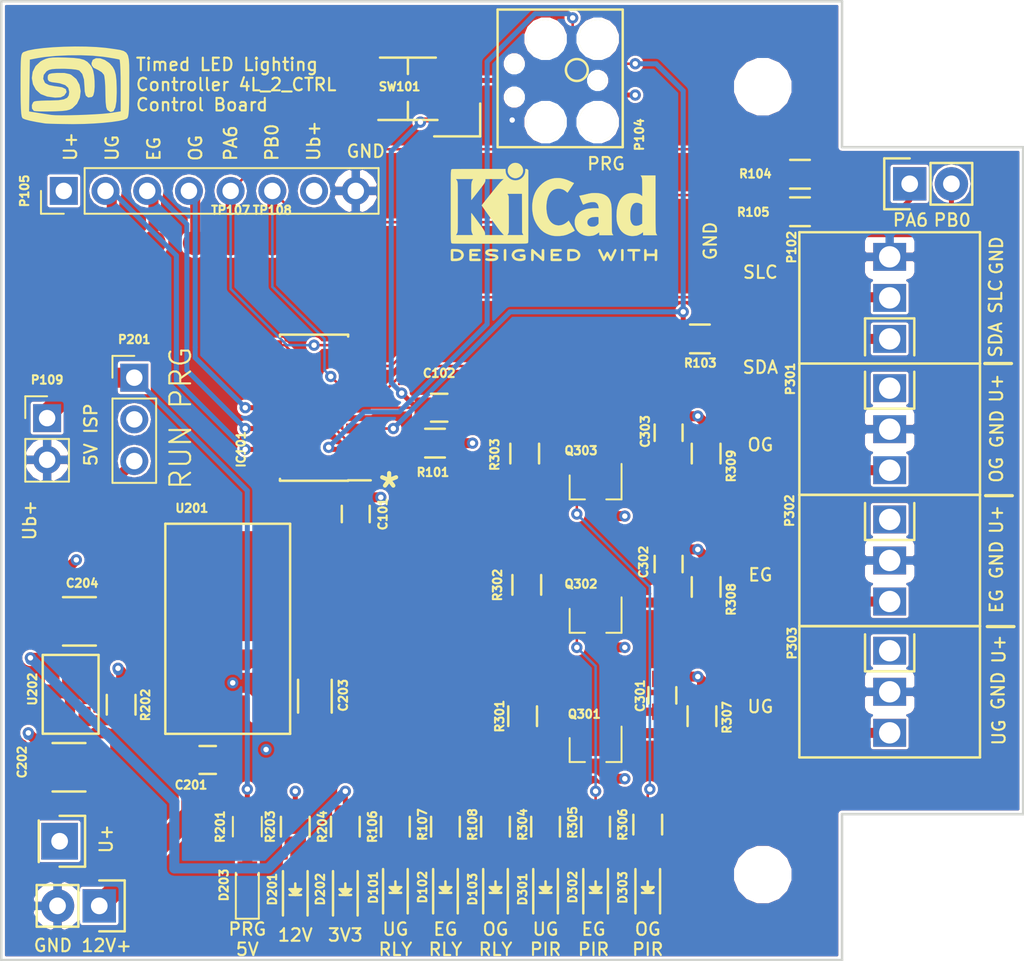
<source format=kicad_pcb>
(kicad_pcb (version 4) (host pcbnew 4.0.2-4+6225~38~ubuntu14.04.1-stable)
  (title_block (title "Timed LED Lighting Controller - Master Layout") (rev 4L_2))
  (layers (0 F.Cu signal) (1 Ub+ power) (2 U+ power) (31 B.Cu signal) (34 B.Paste user) (35 F.Paste user) (36 B.SilkS user) (37 F.SilkS user) (38 B.Mask user) (39 F.Mask user) (44 Edge.Cuts user))
  (net 0 "")
  (net 1 GND)
  (net 2 "/Power System/U+In")
  (net 3 /PIR13/SIG_UG)
  (net 4 /PIR13/SIG_EG)
  (net 5 /PIR13/SIG_OG)
  (net 6 /SDA)
  (net 7 /SCL)
  (net 8 /PIR13/PIR_UG)
  (net 9 /PIR13/PIR_EG)
  (net 10 /PIR13/PIR_OG)
  (net 11 "Net-(R202-Pad1)")
  (net 12 /RelayOG)
  (net 13 /RelayEG)
  (net 14 /RelayUG)
  (net 15 /PIR13/U+)
  (net 16 "Net-(D301-Pad2)")
  (net 17 "Net-(D302-Pad2)")
  (net 18 "Net-(D303-Pad2)")
  (net 19 "Net-(D201-Pad2)")
  (net 20 "Net-(D202-Pad2)")
  (net 21 "Net-(SW101-Pad2)")
  (net 22 "Net-(SW101-Pad4)")
  (net 23 "Net-(U202-Pad4)")
  (net 24 /~Reset)
  (net 25 "Net-(D101-Pad2)")
  (net 26 "Net-(D102-Pad2)")
  (net 27 "Net-(D103-Pad2)")
  (net 28 /GPIO_PA6)
  (net 29 /GPIO_PB2)
  (net 30 "Net-(P104-Pad4)")
  (net 31 "/Power System/5V")
  (net 32 "Net-(C204-Pad1)")
  (net 33 /TPICLK)
  (net 34 /TPIDATA)
  (net 35 /PIR13/Ub+)
  (net 36 "Net-(D203-Pad2)")
  (module Measurement_Points:Measurement_Point_Round-SMD-Pad_Small (layer F.Cu) (at 104.521 135.382 270)
    (fp_text reference TP106 hide)
    (fp_text value TP_RLY_OG)
    (pad 1 smd circle (at 0 0 270) (size 1.5 1.5) (layers F.Cu F.Mask) (net 12 /RelayOG))
  )
  (module Housings_SOIC:SOIC-14_3.9x8.7mm_Pitch1.27mm (layer F.Cu) (at 111.76 145.415 180)
    (fp_text reference IC101 (at 4.445 -2.54 270) (layer F.SilkS) (effects (font (size 0.508 0.508) (thickness 0.127))))
    (fp_text value ATTINY20-X)
    (pad 1 smd rect (at -2.7 -3.81 180) (size 1.5 0.6) (layers F.Cu F.Paste F.Mask) (net 35 /PIR13/Ub+))
    (pad 2 smd rect (at -2.7 -2.54 180) (size 1.5 0.6) (layers F.Cu F.Paste F.Mask) (net 33 /TPICLK))
    (pad 3 smd rect (at -2.7 -1.27 180) (size 1.5 0.6) (layers F.Cu F.Paste F.Mask) (net 34 /TPIDATA))
    (pad 4 smd rect (at -2.7 0 180) (size 1.5 0.6) (layers F.Cu F.Paste F.Mask) (net 24 /~Reset))
    (pad 5 smd rect (at -2.7 1.27 180) (size 1.5 0.6) (layers F.Cu F.Paste F.Mask) (net 29 /GPIO_PB2))
    (pad 6 smd rect (at -2.7 2.54 180) (size 1.5 0.6) (layers F.Cu F.Paste F.Mask) (net 7 /SCL))
    (pad 7 smd rect (at -2.7 3.81 180) (size 1.5 0.6) (layers F.Cu F.Paste F.Mask) (net 28 /GPIO_PA6))
    (pad 8 smd rect (at 2.7 3.81 180) (size 1.5 0.6) (layers F.Cu F.Paste F.Mask) (net 5 /PIR13/SIG_OG))
    (pad 9 smd rect (at 2.7 2.54 180) (size 1.5 0.6) (layers F.Cu F.Paste F.Mask) (net 4 /PIR13/SIG_EG))
    (pad 10 smd rect (at 2.7 1.27 180) (size 1.5 0.6) (layers F.Cu F.Paste F.Mask) (net 3 /PIR13/SIG_UG))
    (pad 11 smd rect (at 2.7 0 180) (size 1.5 0.6) (layers F.Cu F.Paste F.Mask) (net 12 /RelayOG))
    (pad 12 smd rect (at 2.7 -1.27 180) (size 1.5 0.6) (layers F.Cu F.Paste F.Mask) (net 13 /RelayEG))
    (pad 13 smd rect (at 2.7 -2.54 180) (size 1.5 0.6) (layers F.Cu F.Paste F.Mask) (net 14 /RelayUG))
    (pad 14 smd rect (at 2.7 -3.81 180) (size 1.5 0.6) (layers F.Cu F.Paste F.Mask) (net 1 GND))
  )
  (module Resistors_SMD:R_0805 (layer F.Cu) (at 116.713 170.942 270)
    (fp_text reference R106 (at 0 1.397 270) (layer F.SilkS) (effects (font (size 0.508 0.508) (thickness 0.127))))
    (fp_text value 660Ω)
    (pad 1 smd rect (at -0.95 0 270) (size 0.7 1.3) (layers F.Cu F.Paste F.Mask) (net 14 /RelayUG))
    (pad 2 smd rect (at 0.95 0 270) (size 0.7 1.3) (layers F.Cu F.Paste F.Mask) (net 25 "Net-(D101-Pad2)"))
  )
  (module LEDs:LED_0805 (layer F.Cu) (at 116.713 174.625 90)
    (fp_text reference D101 (at -0.0254 -1.3462 90) (layer F.SilkS) (effects (font (size 0.508 0.508) (thickness 0.127))))
    (fp_text value LED_UG)
    (pad 2 smd rect (at 1.04902 0 270) (size 1.19888 1.19888) (layers F.Cu F.Paste F.Mask) (net 25 "Net-(D101-Pad2)"))
    (pad 1 smd rect (at -1.04902 0 270) (size 1.19888 1.19888) (layers F.Cu F.Paste F.Mask) (net 1 GND))
  )
  (module Capacitors_SMD:C_0805 (layer F.Cu) (at 114.3 151.892 270)
    (fp_text reference C101 (at 0 -1.651 270) (layer F.SilkS) (effects (font (size 0.508 0.508) (thickness 0.127))))
    (fp_text value "100n 50V")
    (pad 1 smd rect (at -1 0 270) (size 1 1.25) (layers F.Cu F.Paste F.Mask) (net 35 /PIR13/Ub+))
    (pad 2 smd rect (at 1 0 270) (size 1 1.25) (layers F.Cu F.Paste F.Mask) (net 1 GND))
  )
  (module Capacitors_SMD:C_0805 (layer F.Cu) (at 105.283 166.878)
    (fp_text reference C201 (at -1.016 1.524) (layer F.SilkS) (effects (font (size 0.508 0.508) (thickness 0.127))))
    (fp_text value "0.1μF 50V")
    (pad 1 smd rect (at -1 0) (size 1 1.25) (layers F.Cu F.Paste F.Mask) (net 2 "/Power System/U+In"))
    (pad 2 smd rect (at 1 0) (size 1 1.25) (layers F.Cu F.Paste F.Mask) (net 1 GND))
  )
  (module Capacitors_SMD:C_1210 (layer F.Cu) (at 96.8375 167.3225)
    (fp_text reference C202 (at -2.8575 -0.3175 90) (layer F.SilkS) (effects (font (size 0.508 0.508) (thickness 0.127))))
    (fp_text value "1μF 25V")
    (pad 1 smd rect (at -1.5 0) (size 1 2.5) (layers F.Cu F.Paste F.Mask) (net 15 /PIR13/U+))
    (pad 2 smd rect (at 1.5 0) (size 1 2.5) (layers F.Cu F.Paste F.Mask) (net 1 GND))
  )
  (module Capacitors_SMD:C_1210 (layer F.Cu) (at 97.4725 158.4325)
    (fp_text reference C204 (at 0.1651 -2.3241) (layer F.SilkS) (effects (font (size 0.508 0.508) (thickness 0.127))))
    (fp_text value "2.2μF 16V")
    (pad 1 smd rect (at -1.5 0) (size 1 2.5) (layers F.Cu F.Paste F.Mask) (net 32 "Net-(C204-Pad1)"))
    (pad 2 smd rect (at 1.5 0) (size 1 2.5) (layers F.Cu F.Paste F.Mask) (net 1 GND))
  )
  (module Capacitors_SMD:C_0805 (layer F.Cu) (at 132.969 162.941 90)
    (fp_text reference C301 (at -0.0254 -1.3462 90) (layer F.SilkS) (effects (font (size 0.508 0.508) (thickness 0.127))))
    (fp_text value "100nF 50V")
    (pad 1 smd rect (at -1 0 90) (size 1 1.25) (layers F.Cu F.Paste F.Mask) (net 1 GND))
    (pad 2 smd rect (at 1 0 90) (size 1 1.25) (layers F.Cu F.Paste F.Mask) (net 15 /PIR13/U+))
  )
  (module Capacitors_SMD:C_0805 (layer F.Cu) (at 133.35 154.94 90)
    (fp_text reference C302 (at 0.127 -1.524 90) (layer F.SilkS) (effects (font (size 0.508 0.508) (thickness 0.127))))
    (fp_text value "100nF 50V")
    (pad 1 smd rect (at -1 0 90) (size 1 1.25) (layers F.Cu F.Paste F.Mask) (net 1 GND))
    (pad 2 smd rect (at 1 0 90) (size 1 1.25) (layers F.Cu F.Paste F.Mask) (net 15 /PIR13/U+))
  )
  (module Capacitors_SMD:C_0805 (layer F.Cu) (at 133.35 146.939 90)
    (fp_text reference C303 (at 0.0762 -1.4224 90) (layer F.SilkS) (effects (font (size 0.508 0.508) (thickness 0.127))))
    (fp_text value "100nF 50V")
    (pad 1 smd rect (at -1 0 90) (size 1 1.25) (layers F.Cu F.Paste F.Mask) (net 1 GND))
    (pad 2 smd rect (at 1 0 90) (size 1 1.25) (layers F.Cu F.Paste F.Mask) (net 15 /PIR13/U+))
  )
  (module LEDs:LED_0805 (layer F.Cu) (at 110.617 174.752 90)
    (fp_text reference D201 (at 0 -1.397 90) (layer F.SilkS) (effects (font (size 0.508 0.508) (thickness 0.127))))
    (fp_text value 12VDC)
    (pad 2 smd rect (at 1.04902 0 270) (size 1.19888 1.19888) (layers F.Cu F.Paste F.Mask) (net 19 "Net-(D201-Pad2)"))
    (pad 1 smd rect (at -1.04902 0 270) (size 1.19888 1.19888) (layers F.Cu F.Paste F.Mask) (net 1 GND))
  )
  (module LEDs:LED_0805 (layer F.Cu) (at 113.665 174.752 90)
    (fp_text reference D202 (at 0 -1.524 90) (layer F.SilkS) (effects (font (size 0.508 0.508) (thickness 0.127))))
    (fp_text value 3V3DC)
    (pad 2 smd rect (at 1.04902 0 270) (size 1.19888 1.19888) (layers F.Cu F.Paste F.Mask) (net 20 "Net-(D202-Pad2)"))
    (pad 1 smd rect (at -1.04902 0 270) (size 1.19888 1.19888) (layers F.Cu F.Paste F.Mask) (net 1 GND))
  )
  (module LEDs:LED_0805 (layer F.Cu) (at 125.857 174.625 90)
    (fp_text reference D301 (at -0.127 -1.397 90) (layer F.SilkS) (effects (font (size 0.508 0.508) (thickness 0.127))))
    (fp_text value LED__SIG_UG)
    (pad 2 smd rect (at 1.04902 0 270) (size 1.19888 1.19888) (layers F.Cu F.Paste F.Mask) (net 16 "Net-(D301-Pad2)"))
    (pad 1 smd rect (at -1.04902 0 270) (size 1.19888 1.19888) (layers F.Cu F.Paste F.Mask) (net 1 GND))
  )
  (module LEDs:LED_0805 (layer F.Cu) (at 128.905 174.625 90)
    (fp_text reference D302 (at 0 -1.397 90) (layer F.SilkS) (effects (font (size 0.508 0.508) (thickness 0.127))))
    (fp_text value LED__SIG_EG)
    (pad 2 smd rect (at 1.04902 0 270) (size 1.19888 1.19888) (layers F.Cu F.Paste F.Mask) (net 17 "Net-(D302-Pad2)"))
    (pad 1 smd rect (at -1.04902 0 270) (size 1.19888 1.19888) (layers F.Cu F.Paste F.Mask) (net 1 GND))
  )
  (module LEDs:LED_0805 (layer F.Cu) (at 132.08 174.625 90)
    (fp_text reference D303 (at -0.0254 -1.524 90) (layer F.SilkS) (effects (font (size 0.508 0.508) (thickness 0.127))))
    (fp_text value LED__SIG_OG)
    (pad 2 smd rect (at 1.04902 0 270) (size 1.19888 1.19888) (layers F.Cu F.Paste F.Mask) (net 18 "Net-(D303-Pad2)"))
    (pad 1 smd rect (at -1.04902 0 270) (size 1.19888 1.19888) (layers F.Cu F.Paste F.Mask) (net 1 GND))
  )
  (module Pin_Headers:Pin_Header_Straight_1x02 (layer F.Cu) (at 98.679 175.768 270)
    (fp_text reference P101 hide)
    (fp_text value 12VDC)
    (pad 1 thru_hole rect (at 0 0 270) (size 2.032 2.032) (drill 1.016) (layers *.Cu *.Mask) (net 2 "/Power System/U+In"))
    (pad 2 thru_hole oval (at 0 2.54 270) (size 2.032 2.032) (drill 1.016) (layers *.Cu *.Mask) (net 1 GND))
  )
  (module Pin_Headers:Pin_Header_Straight_1x02 (layer F.Cu) (at 148.0312 131.7752 90)
    (fp_text reference P103 hide)
    (fp_text value Spare)
    (pad 1 thru_hole rect (at 0 0 90) (size 2.032 2.032) (drill 1.016) (layers *.Cu *.Mask) (net 28 /GPIO_PA6))
    (pad 2 thru_hole oval (at 0 2.54 90) (size 2.032 2.032) (drill 1.016) (layers *.Cu *.Mask) (net 29 /GPIO_PB2))
  )
  (module TO_SOT_Packages_SMD:SOT-23 (layer F.Cu) (at 128.905 166.243 270)
    (fp_text reference Q301 (at -2.159 0.6858 360) (layer F.SilkS) (effects (font (size 0.508 0.508) (thickness 0.127))))
    (fp_text value IRLML2502)
    (pad 1 smd rect (at -1 -0.95 270) (size 0.9 0.8) (layers F.Cu F.Paste F.Mask) (net 8 /PIR13/PIR_UG))
    (pad 2 smd rect (at -1 0.95 270) (size 0.9 0.8) (layers F.Cu F.Paste F.Mask) (net 3 /PIR13/SIG_UG))
    (pad 3 smd rect (at 1 0 270) (size 0.9 0.8) (layers F.Cu F.Paste F.Mask) (net 35 /PIR13/Ub+))
  )
  (module TO_SOT_Packages_SMD:SOT-23 (layer F.Cu) (at 128.905 158.369 270)
    (fp_text reference Q302 (at -2.2098 0.889 360) (layer F.SilkS) (effects (font (size 0.508 0.508) (thickness 0.127))))
    (fp_text value IRLML2502)
    (pad 1 smd rect (at -1 -0.95 270) (size 0.9 0.8) (layers F.Cu F.Paste F.Mask) (net 9 /PIR13/PIR_EG))
    (pad 2 smd rect (at -1 0.95 270) (size 0.9 0.8) (layers F.Cu F.Paste F.Mask) (net 4 /PIR13/SIG_EG))
    (pad 3 smd rect (at 1 0 270) (size 0.9 0.8) (layers F.Cu F.Paste F.Mask) (net 35 /PIR13/Ub+))
  )
  (module TO_SOT_Packages_SMD:SOT-23 (layer F.Cu) (at 128.905 150.241 270)
    (fp_text reference Q303 (at -2.2098 0.889 360) (layer F.SilkS) (effects (font (size 0.508 0.508) (thickness 0.127))))
    (fp_text value IRLML2502)
    (pad 1 smd rect (at -1 -0.95 270) (size 0.9 0.8) (layers F.Cu F.Paste F.Mask) (net 10 /PIR13/PIR_OG))
    (pad 2 smd rect (at -1 0.95 270) (size 0.9 0.8) (layers F.Cu F.Paste F.Mask) (net 5 /PIR13/SIG_OG))
    (pad 3 smd rect (at 1 0 270) (size 0.9 0.8) (layers F.Cu F.Paste F.Mask) (net 35 /PIR13/Ub+))
  )
  (module Resistors_SMD:R_0805 (layer F.Cu) (at 119.126 147.574)
    (fp_text reference R101 (at -0.127 1.778) (layer F.SilkS) (effects (font (size 0.508 0.508) (thickness 0.127))))
    (fp_text value 10kΩ)
    (pad 1 smd rect (at -0.95 0) (size 0.7 1.3) (layers F.Cu F.Paste F.Mask) (net 24 /~Reset))
    (pad 2 smd rect (at 0.95 0) (size 0.7 1.3) (layers F.Cu F.Paste F.Mask) (net 35 /PIR13/Ub+))
  )
  (module Resistors_SMD:R_0805 (layer F.Cu) (at 135.255 141.224 180)
    (fp_text reference R103 (at -0.0254 -1.4732 180) (layer F.SilkS) (effects (font (size 0.508 0.508) (thickness 0.127))))
    (fp_text value 0Ω)
    (pad 1 smd rect (at -0.95 0 180) (size 0.7 1.3) (layers F.Cu F.Paste F.Mask) (net 6 /SDA))
    (pad 2 smd rect (at 0.95 0 180) (size 0.7 1.3) (layers F.Cu F.Paste F.Mask) (net 34 /TPIDATA))
  )
  (module Resistors_SMD:R_0805 (layer F.Cu) (at 141.351 131.191)
    (fp_text reference R104 (at -2.7178 -0.0254) (layer F.SilkS) (effects (font (size 0.508 0.508) (thickness 0.127))))
    (fp_text value NOPOP)
    (pad 1 smd rect (at -0.95 0) (size 0.7 1.3) (layers F.Cu F.Paste F.Mask) (net 1 GND))
    (pad 2 smd rect (at 0.95 0) (size 0.7 1.3) (layers F.Cu F.Paste F.Mask) (net 28 /GPIO_PA6))
  )
  (module Resistors_SMD:R_0805 (layer F.Cu) (at 141.351 133.477)
    (fp_text reference R105 (at -2.8448 0.0254) (layer F.SilkS) (effects (font (size 0.508 0.508) (thickness 0.127))))
    (fp_text value NOPOP)
    (pad 1 smd rect (at -0.95 0) (size 0.7 1.3) (layers F.Cu F.Paste F.Mask) (net 1 GND))
    (pad 2 smd rect (at 0.95 0) (size 0.7 1.3) (layers F.Cu F.Paste F.Mask) (net 29 /GPIO_PB2))
  )
  (module Resistors_SMD:R_0805 (layer F.Cu) (at 100.0125 163.5125 90)
    (fp_text reference R202 (at -0.0127 1.4859 90) (layer F.SilkS) (effects (font (size 0.508 0.508) (thickness 0.127))))
    (fp_text value 0Ω)
    (pad 1 smd rect (at -0.95 0 90) (size 0.7 1.3) (layers F.Cu F.Paste F.Mask) (net 11 "Net-(R202-Pad1)"))
    (pad 2 smd rect (at 0.95 0 90) (size 0.7 1.3) (layers F.Cu F.Paste F.Mask) (net 15 /PIR13/U+))
  )
  (module Resistors_SMD:R_0805 (layer F.Cu) (at 110.617 170.942 270)
    (fp_text reference R203 (at 0 1.524 270) (layer F.SilkS) (effects (font (size 0.508 0.508) (thickness 0.127))))
    (fp_text value 2k4Ω)
    (pad 1 smd rect (at -0.95 0 270) (size 0.7 1.3) (layers F.Cu F.Paste F.Mask) (net 15 /PIR13/U+))
    (pad 2 smd rect (at 0.95 0 270) (size 0.7 1.3) (layers F.Cu F.Paste F.Mask) (net 19 "Net-(D201-Pad2)"))
  )
  (module Resistors_SMD:R_0805 (layer F.Cu) (at 113.665 170.942 270)
    (fp_text reference R204 (at 0 1.397 270) (layer F.SilkS) (effects (font (size 0.508 0.508) (thickness 0.127))))
    (fp_text value 660Ω)
    (pad 1 smd rect (at -0.95 0 270) (size 0.7 1.3) (layers F.Cu F.Paste F.Mask) (net 32 "Net-(C204-Pad1)"))
    (pad 2 smd rect (at 0.95 0 270) (size 0.7 1.3) (layers F.Cu F.Paste F.Mask) (net 20 "Net-(D202-Pad2)"))
  )
  (module Resistors_SMD:R_0805 (layer F.Cu) (at 124.46 164.211 270)
    (fp_text reference R301 (at 0 1.397 270) (layer F.SilkS) (effects (font (size 0.508 0.508) (thickness 0.127))))
    (fp_text value 1kΩ)
    (pad 1 smd rect (at -0.95 0 270) (size 0.7 1.3) (layers F.Cu F.Paste F.Mask) (net 1 GND))
    (pad 2 smd rect (at 0.95 0 270) (size 0.7 1.3) (layers F.Cu F.Paste F.Mask) (net 3 /PIR13/SIG_UG))
  )
  (module Resistors_SMD:R_0805 (layer F.Cu) (at 124.714 156.21 270)
    (fp_text reference R302 (at 0.01016 1.78308 270) (layer F.SilkS) (effects (font (size 0.508 0.508) (thickness 0.127))))
    (fp_text value 1kΩ)
    (pad 1 smd rect (at -0.95 0 270) (size 0.7 1.3) (layers F.Cu F.Paste F.Mask) (net 1 GND))
    (pad 2 smd rect (at 0.95 0 270) (size 0.7 1.3) (layers F.Cu F.Paste F.Mask) (net 4 /PIR13/SIG_EG))
  )
  (module Resistors_SMD:R_0805 (layer F.Cu) (at 124.587 148.209 270)
    (fp_text reference R303 (at 0.06604 1.82372 270) (layer F.SilkS) (effects (font (size 0.508 0.508) (thickness 0.127))))
    (fp_text value 1kΩ)
    (pad 1 smd rect (at -0.95 0 270) (size 0.7 1.3) (layers F.Cu F.Paste F.Mask) (net 1 GND))
    (pad 2 smd rect (at 0.95 0 270) (size 0.7 1.3) (layers F.Cu F.Paste F.Mask) (net 5 /PIR13/SIG_OG))
  )
  (module Resistors_SMD:R_0805 (layer F.Cu) (at 125.857 170.942 90)
    (fp_text reference R304 (at 0.127 -1.397 90) (layer F.SilkS) (effects (font (size 0.508 0.508) (thickness 0.127))))
    (fp_text value 660Ω)
    (pad 1 smd rect (at -0.95 0 90) (size 0.7 1.3) (layers F.Cu F.Paste F.Mask) (net 16 "Net-(D301-Pad2)"))
    (pad 2 smd rect (at 0.95 0 90) (size 0.7 1.3) (layers F.Cu F.Paste F.Mask) (net 3 /PIR13/SIG_UG))
  )
  (module Resistors_SMD:R_0805 (layer F.Cu) (at 128.905 170.942 90)
    (fp_text reference R305 (at 0.254 -1.397 90) (layer F.SilkS) (effects (font (size 0.508 0.508) (thickness 0.127))))
    (fp_text value 660Ω)
    (pad 1 smd rect (at -0.95 0 90) (size 0.7 1.3) (layers F.Cu F.Paste F.Mask) (net 17 "Net-(D302-Pad2)"))
    (pad 2 smd rect (at 0.95 0 90) (size 0.7 1.3) (layers F.Cu F.Paste F.Mask) (net 4 /PIR13/SIG_EG))
  )
  (module Resistors_SMD:R_0805 (layer F.Cu) (at 132.08 170.815 90)
    (fp_text reference R306 (at 0 -1.524 90) (layer F.SilkS) (effects (font (size 0.508 0.508) (thickness 0.127))))
    (fp_text value 660Ω)
    (pad 1 smd rect (at -0.95 0 90) (size 0.7 1.3) (layers F.Cu F.Paste F.Mask) (net 18 "Net-(D303-Pad2)"))
    (pad 2 smd rect (at 0.95 0 90) (size 0.7 1.3) (layers F.Cu F.Paste F.Mask) (net 5 /PIR13/SIG_OG))
  )
  (module Resistors_SMD:R_0805 (layer F.Cu) (at 135.382 164.211 90)
    (fp_text reference R307 (at -0.0762 1.524 90) (layer F.SilkS) (effects (font (size 0.508 0.508) (thickness 0.127))))
    (fp_text value 10kΩ)
    (pad 1 smd rect (at -0.95 0 90) (size 0.7 1.3) (layers F.Cu F.Paste F.Mask) (net 8 /PIR13/PIR_UG))
    (pad 2 smd rect (at 0.95 0 90) (size 0.7 1.3) (layers F.Cu F.Paste F.Mask) (net 15 /PIR13/U+))
  )
  (module Resistors_SMD:R_0805 (layer F.Cu) (at 135.636 156.337 90)
    (fp_text reference R308 (at -0.762 1.524 90) (layer F.SilkS) (effects (font (size 0.508 0.508) (thickness 0.127))))
    (fp_text value 10kΩ)
    (pad 1 smd rect (at -0.95 0 90) (size 0.7 1.3) (layers F.Cu F.Paste F.Mask) (net 9 /PIR13/PIR_EG))
    (pad 2 smd rect (at 0.95 0 90) (size 0.7 1.3) (layers F.Cu F.Paste F.Mask) (net 15 /PIR13/U+))
  )
  (module Resistors_SMD:R_0805 (layer F.Cu) (at 135.636 148.209 90)
    (fp_text reference R309 (at -0.762 1.524 270) (layer F.SilkS) (effects (font (size 0.508 0.508) (thickness 0.127))))
    (fp_text value 10kΩ)
    (pad 1 smd rect (at -0.95 0 90) (size 0.7 1.3) (layers F.Cu F.Paste F.Mask) (net 10 /PIR13/PIR_OG))
    (pad 2 smd rect (at 0.95 0 90) (size 0.7 1.3) (layers F.Cu F.Paste F.Mask) (net 15 /PIR13/U+))
  )
  (module tl2c-footprint:PTS525SM15SMTR2LFS (layer F.Cu) (at 117.475 125.984 180)
    (fp_text reference SW101 (at 0.508 0.127 180) (layer F.SilkS) (effects (font (size 0.508 0.508) (thickness 0.127))))
    (fp_text value TL3315NF160Q hide)
    (pad 1 smd rect (at -3.2 -1.9 180) (size 1.6 1) (layers F.Cu F.Paste F.Mask) (net 24 /~Reset))
    (pad 2 smd rect (at 3.2 -1.9 180) (size 1.6 1) (layers F.Cu F.Paste F.Mask) (net 21 "Net-(SW101-Pad2)"))
    (pad 3 smd rect (at -3.2 1.9 180) (size 1.6 1) (layers F.Cu F.Paste F.Mask) (net 1 GND))
    (pad 4 smd rect (at 3.2 1.9 180) (size 1.6 1) (layers F.Cu F.Paste F.Mask) (net 22 "Net-(SW101-Pad4)"))
  )
  (module Measurement_Points:Measurement_Point_Round-SMD-Pad_Small (layer F.Cu) (at 137.795 135.382 180)
    (fp_text reference TP101 hide)
    (fp_text value TPGND)
    (pad 1 smd circle (at 0 0 180) (size 1.5 1.5) (layers F.Cu F.Mask) (net 1 GND))
  )
  (module Measurement_Points:Measurement_Point_Round-SMD-Pad_Small (layer F.Cu) (at 138.938 138.684 180)
    (fp_text reference TP102 hide)
    (fp_text value TPSCL)
    (pad 1 smd circle (at 0 0 180) (size 1.5 1.5) (layers F.Cu F.Mask) (net 7 /SCL))
  )
  (module Measurement_Points:Measurement_Point_Round-SMD-Pad_Small (layer F.Cu) (at 138.938 141.224 180)
    (fp_text reference TP103 hide)
    (fp_text value TPSDA)
    (pad 1 smd circle (at 0 0 180) (size 1.5 1.5) (layers F.Cu F.Mask) (net 6 /SDA))
  )
  (module Measurement_Points:Measurement_Point_Round-SMD-Pad_Small (layer F.Cu) (at 94.742 154.686 90)
    (fp_text reference TP201 hide)
    (fp_text value TP3V3)
    (pad 1 smd circle (at 0 0 90) (size 1.5 1.5) (layers F.Cu F.Mask) (net 32 "Net-(C204-Pad1)"))
  )
  (module Measurement_Points:Measurement_Point_Round-SMD-Pad_Small (layer F.Cu) (at 138.938 165.227)
    (fp_text reference TP301 hide)
    (fp_text value TP_UG)
    (pad 1 smd circle (at 0 0) (size 1.5 1.5) (layers F.Cu F.Mask) (net 8 /PIR13/PIR_UG))
  )
  (module Measurement_Points:Measurement_Point_Round-SMD-Pad_Small (layer F.Cu) (at 138.938 157.226)
    (fp_text reference TP302 hide)
    (fp_text value TP_EG)
    (pad 1 smd circle (at 0 0) (size 1.5 1.5) (layers F.Cu F.Mask) (net 9 /PIR13/PIR_EG))
  )
  (module Measurement_Points:Measurement_Point_Round-SMD-Pad_Small (layer F.Cu) (at 138.938 149.225)
    (fp_text reference TP303 hide)
    (fp_text value TP_EG)
    (pad 1 smd circle (at 0 0) (size 1.5 1.5) (layers F.Cu F.Mask) (net 10 /PIR13/PIR_OG))
  )
  (module tl2c-footprint:TPS70933DBVR (layer F.Cu) (at 96.8375 162.8775)
    (fp_text reference U202 (at -2.2225 -0.3175 90) (layer F.SilkS) (effects (font (size 0.508 0.508) (thickness 0.127))))
    (fp_text value TPS70933)
    (pad 5 smd rect (at -0.95 -1.35) (size 0.74 1.19) (layers F.Cu F.Paste F.Mask) (net 32 "Net-(C204-Pad1)"))
    (pad 4 smd rect (at 0.95 -1.35) (size 0.74 1.19) (layers F.Cu F.Paste F.Mask) (net 23 "Net-(U202-Pad4)"))
    (pad 2 smd rect (at 0 1.35) (size 0.74 1.19) (layers F.Cu F.Paste F.Mask) (net 1 GND))
    (pad 1 smd rect (at -0.95 1.35) (size 0.74 1.19) (layers F.Cu F.Paste F.Mask) (net 15 /PIR13/U+))
    (pad 3 smd rect (at 0.95 1.35) (size 0.74 1.19) (layers F.Cu F.Paste F.Mask) (net 11 "Net-(R202-Pad1)"))
  )
  (module LEDs:LED_0805 (layer F.Cu) (at 119.761 174.625 90)
    (fp_text reference D102 (at 0 -1.397 90) (layer F.SilkS) (effects (font (size 0.508 0.508) (thickness 0.127))))
    (fp_text value LED_EG)
    (pad 2 smd rect (at 1.04902 0 270) (size 1.19888 1.19888) (layers F.Cu F.Paste F.Mask) (net 26 "Net-(D102-Pad2)"))
    (pad 1 smd rect (at -1.04902 0 270) (size 1.19888 1.19888) (layers F.Cu F.Paste F.Mask) (net 1 GND))
  )
  (module LEDs:LED_0805 (layer F.Cu) (at 122.809 174.625 90)
    (fp_text reference D103 (at -0.127 -1.397 90) (layer F.SilkS) (effects (font (size 0.508 0.508) (thickness 0.127))))
    (fp_text value LED_OG)
    (pad 2 smd rect (at 1.04902 0 270) (size 1.19888 1.19888) (layers F.Cu F.Paste F.Mask) (net 27 "Net-(D103-Pad2)"))
    (pad 1 smd rect (at -1.04902 0 270) (size 1.19888 1.19888) (layers F.Cu F.Paste F.Mask) (net 1 GND))
  )
  (module Resistors_SMD:R_0805 (layer F.Cu) (at 119.761 170.942 270)
    (fp_text reference R107 (at -0.127 1.397 270) (layer F.SilkS) (effects (font (size 0.508 0.508) (thickness 0.127))))
    (fp_text value 660Ω)
    (pad 1 smd rect (at -0.95 0 270) (size 0.7 1.3) (layers F.Cu F.Paste F.Mask) (net 13 /RelayEG))
    (pad 2 smd rect (at 0.95 0 270) (size 0.7 1.3) (layers F.Cu F.Paste F.Mask) (net 26 "Net-(D102-Pad2)"))
  )
  (module Resistors_SMD:R_0805 (layer F.Cu) (at 122.809 170.942 270)
    (fp_text reference R108 (at -0.127 1.397 270) (layer F.SilkS) (effects (font (size 0.508 0.508) (thickness 0.127))))
    (fp_text value 660Ω)
    (pad 1 smd rect (at -0.95 0 270) (size 0.7 1.3) (layers F.Cu F.Paste F.Mask) (net 12 /RelayOG))
    (pad 2 smd rect (at 0.95 0 270) (size 0.7 1.3) (layers F.Cu F.Paste F.Mask) (net 27 "Net-(D103-Pad2)"))
  )
  (module Pin_Headers:Pin_Header_Straight_1x01 (layer F.Cu) (at 96.266 171.831 270)
    (fp_text reference TP202 hide)
    (fp_text value TP12V)
    (pad 1 thru_hole rect (at 0 0 270) (size 2.2352 2.2352) (drill 1.016) (layers *.Cu *.Mask) (net 15 /PIR13/U+))
  )
  (module Measurement_Points:Measurement_Point_Round-SMD-Pad_Small (layer F.Cu) (at 99.441 135.382 270)
    (fp_text reference TP104 hide)
    (fp_text value TP_RLY_UG)
    (pad 1 smd circle (at 0 0 270) (size 1.5 1.5) (layers F.Cu F.Mask) (net 14 /RelayUG))
  )
  (module Measurement_Points:Measurement_Point_Round-SMD-Pad_Small (layer F.Cu) (at 101.981 135.382 270)
    (fp_text reference TP105 hide)
    (fp_text value TP_RLY_EG)
    (pad 1 smd circle (at 0 0 270) (size 1.5 1.5) (layers F.Cu F.Mask) (net 13 /RelayEG))
  )
  (module tl2c-footprint:MyBasic_rounded_50_1 (layer F.Cu) (at 97.155 125.73)
    (fp_text reference G*** hide)
    (fp_text value LOGO hide)
  )
  (module Capacitors_SMD:C_1206 (layer F.Cu) (at 111.8108 162.9918 90)
    (fp_text reference C203 (at 0.0508 1.7272 90) (layer F.SilkS) (effects (font (size 0.508 0.508) (thickness 0.127))))
    (fp_text value "2.2μF 50V")
    (pad 1 smd rect (at -1.5 0 90) (size 1 1.6) (layers F.Cu F.Paste F.Mask) (net 15 /PIR13/U+))
    (pad 2 smd rect (at 1.5 0 90) (size 1 1.6) (layers F.Cu F.Paste F.Mask) (net 1 GND))
  )
  (module Mounting_Holes:MountingHole_3.2mm_M3 (layer F.Cu) (at 139.086 125.86)
    (fp_text reference REF** hide)
    (fp_text value MountingHole_3.2mm_M3)
    (pad 1 np_thru_hole circle (at 0 0) (size 3.2 3.2) (drill 3.2) (layers *.Cu *.Mask))
  )
  (module Mounting_Holes:MountingHole_3.2mm_M3 (layer F.Cu) (at 139.086 173.86)
    (fp_text reference REF** hide)
    (fp_text value MountingHole_3.2mm_M3)
    (pad 1 np_thru_hole circle (at 0 0) (size 3.2 3.2) (drill 3.2) (layers *.Cu *.Mask))
  )
  (module Symbols:KiCad-Logo2_6mm_SilkScreen (layer F.Cu) (at 126.365 133.477)
    (fp_text reference REF*** hide)
    (fp_text value KiCad-Logo2_6mm_SilkScreen hide)
  )
  (module Capacitors_SMD:C_0805 (layer F.Cu) (at 119.38 145.415)
    (fp_text reference C102 (at 0 -2.1) (layer F.SilkS) (effects (font (size 0.508 0.508) (thickness 0.127))))
    (fp_text value "100n 50V")
    (pad 1 smd rect (at -1 0) (size 1 1.25) (layers F.Cu F.Paste F.Mask) (net 24 /~Reset))
    (pad 2 smd rect (at 1 0) (size 1 1.25) (layers F.Cu F.Paste F.Mask) (net 1 GND))
  )
  (module tl2c-footprint:Spring_Terminal_Block_1_x_3 (layer F.Cu) (at 146.812 141.224 180)
    (fp_text reference P102 (at 5.969 5.588 270) (layer F.SilkS) (effects (font (size 0.508 0.508) (thickness 0.127))))
    (fp_text value "I2C Master")
    (pad 1 thru_hole rect (at 0 0 180) (size 2 1.7) (drill 1.3) (layers *.Cu *.Mask) (net 6 /SDA))
    (pad 2 thru_hole rect (at 0 2.5 180) (size 2 1.7) (drill 1.3) (layers *.Cu *.Mask) (net 7 /SCL))
    (pad 3 thru_hole rect (at 0 5 180) (size 2 1.7) (drill 1.3) (layers *.Cu *.Mask) (net 1 GND))
  )
  (module tl2c-footprint:Spring_Terminal_Block_1_x_3 (layer F.Cu) (at 146.812 144.224)
    (fp_text reference P301 (at -6.0452 -0.5616 90) (layer F.SilkS) (effects (font (size 0.508 0.508) (thickness 0.127))))
    (fp_text value CONN_PIR_OG)
    (pad 1 thru_hole rect (at 0 0) (size 2 1.7) (drill 1.3) (layers *.Cu *.Mask) (net 15 /PIR13/U+))
    (pad 2 thru_hole rect (at 0 2.5) (size 2 1.7) (drill 1.3) (layers *.Cu *.Mask) (net 1 GND))
    (pad 3 thru_hole rect (at 0 5) (size 2 1.7) (drill 1.3) (layers *.Cu *.Mask) (net 10 /PIR13/PIR_OG))
  )
  (module tl2c-footprint:Spring_Terminal_Block_1_x_3 (layer F.Cu) (at 146.812 152.224)
    (fp_text reference P302 (at -6.096 -0.5352 90) (layer F.SilkS) (effects (font (size 0.508 0.508) (thickness 0.127))))
    (fp_text value CONN_PIR_EG)
    (pad 1 thru_hole rect (at 0 0) (size 2 1.7) (drill 1.3) (layers *.Cu *.Mask) (net 15 /PIR13/U+))
    (pad 2 thru_hole rect (at 0 2.5) (size 2 1.7) (drill 1.3) (layers *.Cu *.Mask) (net 1 GND))
    (pad 3 thru_hole rect (at 0 5) (size 2 1.7) (drill 1.3) (layers *.Cu *.Mask) (net 9 /PIR13/PIR_EG))
  )
  (module tl2c-footprint:Spring_Terminal_Block_1_x_3 (layer F.Cu) (at 146.812 160.224)
    (fp_text reference P303 (at -5.9436 -0.458 90) (layer F.SilkS) (effects (font (size 0.508 0.508) (thickness 0.127))))
    (fp_text value CONN_PIR_UG)
    (pad 1 thru_hole rect (at 0 0) (size 2 1.7) (drill 1.3) (layers *.Cu *.Mask) (net 15 /PIR13/U+))
    (pad 2 thru_hole rect (at 0 2.5) (size 2 1.7) (drill 1.3) (layers *.Cu *.Mask) (net 1 GND))
    (pad 3 thru_hole rect (at 0 5) (size 2 1.7) (drill 1.3) (layers *.Cu *.Mask) (net 8 /PIR13/PIR_UG))
  )
  (module Pin_Headers:Pin_Header_Straight_1x08_Pitch2.54mm (layer F.Cu) (at 96.52 132.207 90)
    (fp_text reference P105 (at 0 -2.39 90) (layer F.SilkS) (effects (font (size 0.508 0.508) (thickness 0.127))))
    (fp_text value LED_DRIVER)
    (pad 1 thru_hole rect (at 0 0 90) (size 1.7 1.7) (drill 1) (layers *.Cu *.Mask) (net 15 /PIR13/U+))
    (pad 2 thru_hole oval (at 0 2.54 90) (size 1.7 1.7) (drill 1) (layers *.Cu *.Mask) (net 14 /RelayUG))
    (pad 3 thru_hole oval (at 0 5.08 90) (size 1.7 1.7) (drill 1) (layers *.Cu *.Mask) (net 13 /RelayEG))
    (pad 4 thru_hole oval (at 0 7.62 90) (size 1.7 1.7) (drill 1) (layers *.Cu *.Mask) (net 12 /RelayOG))
    (pad 5 thru_hole oval (at 0 10.16 90) (size 1.7 1.7) (drill 1) (layers *.Cu *.Mask) (net 28 /GPIO_PA6))
    (pad 6 thru_hole oval (at 0 12.7 90) (size 1.7 1.7) (drill 1) (layers *.Cu *.Mask) (net 29 /GPIO_PB2))
    (pad 7 thru_hole oval (at 0 15.24 90) (size 1.7 1.7) (drill 1) (layers *.Cu *.Mask) (net 35 /PIR13/Ub+))
    (pad 8 thru_hole oval (at 0 17.78 90) (size 1.7 1.7) (drill 1) (layers *.Cu *.Mask) (net 1 GND))
  )
  (module Measurement_Points:Measurement_Point_Round-SMD-Pad_Small (layer F.Cu) (at 106.68 135.382)
    (fp_text reference TP107 (at 0 -2) (layer F.SilkS) (effects (font (size 0.508 0.508) (thickness 0.127))))
    (fp_text value PA6)
    (pad 1 smd circle (at 0 0) (size 1.5 1.5) (layers F.Cu F.Mask) (net 28 /GPIO_PA6))
  )
  (module Measurement_Points:Measurement_Point_Round-SMD-Pad_Small (layer F.Cu) (at 109.22 135.382)
    (fp_text reference TP108 (at 0 -2) (layer F.SilkS) (effects (font (size 0.508 0.508) (thickness 0.127))))
    (fp_text value PB0)
    (pad 1 smd circle (at 0 0) (size 1.5 1.5) (layers F.Cu F.Mask) (net 29 /GPIO_PB2))
  )
  (module tl2c-footprint:LF120ABDT-TR (layer F.Cu) (at 106.5022 156.2862 270)
    (fp_text reference U201 (at -4.7498 2.1844 360) (layer F.SilkS) (effects (font (size 0.508 0.508) (thickness 0.127))))
    (fp_text value LF120ABDT-TR)
    (pad 3 smd rect (at 0 0 270) (size 6.7 6.7) (layers F.Cu F.Paste F.Mask) (net 1 GND))
    (pad 2 smd rect (at 6.65 -2.3 270) (size 3 1.6) (layers F.Cu F.Paste F.Mask) (net 15 /PIR13/U+))
    (pad 1 smd rect (at 6.65 2.3 270) (size 3 1.6) (layers F.Cu F.Paste F.Mask) (net 2 "/Power System/U+In"))
  )
  (module tl2c-footprint:TC2030-IDC-FP_ISP_Connector (layer F.Cu) (at 126.492 125.476 180)
    (fp_text reference P104 (at -5.08 -3.302 270) (layer F.SilkS) (effects (font (size 0.508 0.508) (thickness 0.127))))
    (fp_text value "TPI Header" hide)
    (pad 1 connect circle (at -1.27 0.635 180) (size 0.9906 0.9906) (layers F.Cu F.Mask) (net 34 /TPIDATA))
    (pad 2 connect circle (at -1.27 -0.635 180) (size 0.9906 0.9906) (layers F.Cu F.Mask) (net 35 /PIR13/Ub+))
    (pad 3 connect circle (at 0 0.635 180) (size 0.9906 0.9906) (layers F.Cu F.Mask) (net 33 /TPICLK))
    (pad 4 connect circle (at 0 -0.635 180) (size 0.9906 0.9906) (layers F.Cu F.Mask) (net 30 "Net-(P104-Pad4)"))
    (pad 5 connect circle (at 1.27 0.635 180) (size 0.9906 0.9906) (layers F.Cu F.Mask) (net 24 /~Reset))
    (pad 6 connect circle (at 1.27 -0.635 180) (size 0.9906 0.9906) (layers F.Cu F.Mask) (net 1 GND))
    (pad "" np_thru_hole circle (at 2.54 -1.016 180) (size 0.9906 0.9906) (drill 0.9906) (layers *.Cu *.Mask F.SilkS))
    (pad "" np_thru_hole circle (at 2.54 1.016 180) (size 0.9906 0.9906) (drill 0.9906) (layers *.Cu *.Mask F.SilkS))
    (pad "" np_thru_hole circle (at -2.54 0 180) (size 0.9906 0.9906) (drill 0.9906) (layers *.Cu *.Mask F.SilkS))
    (pad "" np_thru_hole circle (at -2.54 -2.54 180) (size 2.286 2.286) (drill 2.286) (layers *.Cu *.Mask F.SilkS))
    (pad "" np_thru_hole circle (at -2.54 2.54 180) (size 2.286 2.286) (drill 2.286) (layers *.Cu *.Mask F.SilkS))
    (pad "" np_thru_hole circle (at 0.635 -2.54 180) (size 2.286 2.286) (drill 2.286) (layers *.Cu *.Mask F.SilkS))
    (pad "" np_thru_hole circle (at 0.635 2.54 180) (size 2.286 2.286) (drill 2.286) (layers *.Cu *.Mask F.SilkS))
  )
  (module Pin_Headers:Pin_Header_Straight_1x02_Pitch2.54mm (layer F.Cu) (at 95.504 146.05)
    (fp_text reference P109 (at 0 -2.33) (layer F.SilkS) (effects (font (size 0.508 0.508) (thickness 0.127))))
    (fp_text value 5VDC)
    (pad 1 thru_hole rect (at 0 0) (size 1.7 1.7) (drill 1) (layers *.Cu *.Mask) (net 31 "/Power System/5V"))
    (pad 2 thru_hole oval (at 0 2.54) (size 1.7 1.7) (drill 1) (layers *.Cu *.Mask) (net 1 GND))
  )
  (module LEDs:LED_0805 (layer F.Cu) (at 107.696 174.752 90)
    (fp_text reference D203 (at 0.254 -1.4224 90) (layer F.SilkS) (effects (font (size 0.508 0.508) (thickness 0.127))))
    (fp_text value 5VDC)
    (pad 2 smd rect (at 1.1 0 270) (size 1.2 1.2) (layers F.Cu F.Paste F.Mask) (net 36 "Net-(D203-Pad2)"))
    (pad 1 smd rect (at -1.1 0 270) (size 1.2 1.2) (layers F.Cu F.Paste F.Mask) (net 1 GND))
  )
  (module Pin_Headers:Pin_Header_Straight_1x03_Pitch2.54mm (layer F.Cu) (at 100.8126 143.5862)
    (fp_text reference P201 (at 0 -2.33) (layer F.SilkS) (effects (font (size 0.508 0.508) (thickness 0.127))))
    (fp_text value Mode_Bridge)
    (pad 1 thru_hole rect (at 0 0) (size 1.7 1.7) (drill 1) (layers *.Cu *.Mask) (net 31 "/Power System/5V"))
    (pad 2 thru_hole oval (at 0 2.54) (size 1.7 1.7) (drill 1) (layers *.Cu *.Mask) (net 35 /PIR13/Ub+))
    (pad 3 thru_hole oval (at 0 5.08) (size 1.7 1.7) (drill 1) (layers *.Cu *.Mask) (net 32 "Net-(C204-Pad1)"))
  )
  (module Resistors_SMD:R_0805 (layer F.Cu) (at 107.696 170.942 90)
    (fp_text reference R201 (at 0 -1.65 90) (layer F.SilkS) (effects (font (size 0.508 0.508) (thickness 0.127))))
    (fp_text value 660Ω)
    (pad 1 smd rect (at -0.95 0 90) (size 0.7 1.3) (layers F.Cu F.Paste F.Mask) (net 36 "Net-(D203-Pad2)"))
    (pad 2 smd rect (at 0.95 0 90) (size 0.7 1.3) (layers F.Cu F.Paste F.Mask) (net 31 "/Power System/5V"))
  )
  (gr_text "PRG\n5V" (at 107.696 177.8) (layer F.SilkS) (effects (font (size 0.762 0.762) (thickness 0.127))))
  (gr_text "RUN PRG" (at 103.632 146.05 90) (layer F.SilkS) (effects (font (size 1.27 1.27) (thickness 0.127))))
  (gr_text "5V ISP" (at 98.171 147.066 90) (layer F.SilkS) (effects (font (size 0.762 0.762) (thickness 0.127))))
  (gr_text * (at 116.332 150.368) (layer F.SilkS) (effects (font (size 1.778 1.778) (thickness 0.254))))
  (gr_text Ub+ (at 111.7346 130.4544 90) (layer F.SilkS) (effects (font (size 0.762 0.762) (thickness 0.127)) (justify left)))
  (gr_text PB0 (at 109.1946 130.4544 90) (layer F.SilkS) (effects (font (size 0.762 0.762) (thickness 0.127)) (justify left)))
  (gr_text PA6 (at 106.68 130.4544 90) (layer F.SilkS) (effects (font (size 0.762 0.762) (thickness 0.127)) (justify left)))
  (gr_line (start 152.6032 142.7226) (end 154.2288 142.7226) (angle 90) (layer F.SilkS) (width 0.2))
  (gr_text UG (at 99.4664 130.4544 90) (layer F.SilkS) (effects (font (size 0.762 0.762) (thickness 0.127)) (justify left)))
  (gr_text EG (at 102.0064 130.4544 90) (layer F.SilkS) (effects (font (size 0.762 0.762) (thickness 0.127)) (justify left)))
  (gr_text OG (at 104.5464 130.4544 90) (layer F.SilkS) (effects (font (size 0.762 0.762) (thickness 0.127)) (justify left)))
  (gr_text GND (at 113.665 129.794) (layer F.SilkS) (effects (font (size 0.762 0.762) (thickness 0.127)) (justify left)))
  (gr_text SLC (at 138.938 137.16) (layer F.SilkS) (effects (font (size 0.762 0.762) (thickness 0.127))))
  (gr_text SDA (at 138.938 142.9512) (layer F.SilkS) (effects (font (size 0.762 0.762) (thickness 0.127))))
  (gr_text UG (at 138.938 163.6268) (layer F.SilkS) (effects (font (size 0.762 0.762) (thickness 0.127))))
  (gr_text EG (at 138.938 155.6004) (layer F.SilkS) (effects (font (size 0.762 0.762) (thickness 0.127))))
  (gr_text OG (at 138.938 147.6756) (layer F.SilkS) (effects (font (size 0.762 0.762) (thickness 0.127))))
  (gr_text PRG (at 129.54 130.556) (layer F.SilkS) (effects (font (size 0.762 0.762) (thickness 0.127))))
  (gr_text U+ (at 99.1 171.68 90) (layer F.SilkS) (effects (font (size 0.762 0.762) (thickness 0.127))))
  (gr_text Ub+ (at 94.44 152.27 90) (layer F.SilkS) (effects (font (size 0.762 0.762) (thickness 0.127))))
  (gr_text PB0 (at 150.622 133.985) (layer F.SilkS) (effects (font (size 0.762 0.762) (thickness 0.127))))
  (gr_text PA6 (at 148.082 133.985) (layer F.SilkS) (effects (font (size 0.762 0.762) (thickness 0.127))))
  (gr_text U+ (at 153.3144 144.2212 90) (layer F.SilkS) (effects (font (size 0.762 0.762) (thickness 0.127))))
  (gr_line (start 152.654 150.7744) (end 154.2796 150.7744) (angle 90) (layer F.SilkS) (width 0.2))
  (gr_line (start 152.7556 158.75) (end 154.3812 158.75) (angle 90) (layer F.SilkS) (width 0.2))
  (gr_text GND (at 135.89 135.255 90) (layer F.SilkS) (effects (font (size 0.762 0.762) (thickness 0.127))))
  (gr_text UG (at 153.4668 165.2016 90) (layer F.SilkS) (effects (font (size 0.762 0.762) (thickness 0.127))))
  (gr_text U+ (at 153.4668 160.1216 90) (layer F.SilkS) (effects (font (size 0.762 0.762) (thickness 0.127))))
  (gr_text GND (at 153.416 162.6616 90) (layer F.SilkS) (effects (font (size 0.762 0.762) (thickness 0.127))))
  (gr_text EG (at 153.3144 157.2006 90) (layer F.SilkS) (effects (font (size 0.762 0.762) (thickness 0.127))))
  (gr_text GND (at 153.3144 154.686 90) (layer F.SilkS) (effects (font (size 0.762 0.762) (thickness 0.127))))
  (gr_text U+ (at 153.3144 152.2222 90) (layer F.SilkS) (effects (font (size 0.762 0.762) (thickness 0.127))))
  (gr_text OG (at 153.3144 149.1996 90) (layer F.SilkS) (effects (font (size 0.762 0.762) (thickness 0.127))))
  (gr_text SDA (at 153.2636 141.2748 90) (layer F.SilkS) (effects (font (size 0.762 0.762) (thickness 0.127))))
  (gr_text SLC (at 153.2636 138.6332 90) (layer F.SilkS) (effects (font (size 0.762 0.762) (thickness 0.127))))
  (gr_text GND (at 153.3144 136.144 90) (layer F.SilkS) (effects (font (size 0.762 0.762) (thickness 0.127))))
  (gr_text GND (at 153.3398 146.7104 90) (layer F.SilkS) (effects (font (size 0.762 0.762) (thickness 0.127))))
  (gr_text "OG\nPIR" (at 132.08 177.8) (layer F.SilkS) (effects (font (size 0.762 0.762) (thickness 0.127))))
  (gr_text "EG\nPIR" (at 128.778 177.8) (layer F.SilkS) (effects (font (size 0.762 0.762) (thickness 0.127))))
  (gr_text "UG\nPIR" (at 125.857 177.8) (layer F.SilkS) (effects (font (size 0.762 0.762) (thickness 0.127))))
  (gr_text "OG\nRLY" (at 122.809 177.8) (layer F.SilkS) (effects (font (size 0.762 0.762) (thickness 0.127))))
  (gr_text "EG\nRLY" (at 119.761 177.8) (layer F.SilkS) (effects (font (size 0.762 0.762) (thickness 0.127))))
  (gr_text "UG\nRLY" (at 116.713 177.8) (layer F.SilkS) (effects (font (size 0.762 0.762) (thickness 0.127))))
  (gr_text 3V3 (at 113.665 177.546) (layer F.SilkS) (effects (font (size 0.762 0.762) (thickness 0.127))))
  (gr_text 12V (at 110.617 177.546) (layer F.SilkS) (effects (font (size 0.762 0.762) (thickness 0.127))))
  (gr_line (start 154.94 129.54) (end 143.912 129.54) (angle 90) (layer Edge.Cuts) (width 0.15))
  (gr_line (start 154.94 170.18) (end 154.94 129.54) (angle 90) (layer Edge.Cuts) (width 0.15))
  (gr_line (start 143.912 170.18) (end 154.94 170.18) (angle 90) (layer Edge.Cuts) (width 0.15))
  (gr_line (start 143.912 179.07) (end 143.912 170.18) (angle 90) (layer Edge.Cuts) (width 0.15))
  (gr_text "Timed LED Lighting \nController 4L_2_CTRL\nControl Board" (at 100.838 125.73) (layer F.SilkS) (effects (font (size 0.762 0.762) (thickness 0.127)) (justify left)))
  (gr_text U+ (at 96.9264 130.4544 90) (layer F.SilkS) (effects (font (size 0.762 0.762) (thickness 0.127)) (justify left)))
  (gr_text "GND 12V+" (at 94.615 178.181) (layer F.SilkS) (effects (font (size 0.762 0.762) (thickness 0.127)) (justify left)))
  (gr_line (start 92.71 120.65) (end 92.71 179.07) (angle 90) (layer Edge.Cuts) (width 0.15))
  (gr_line (start 143.912 179.07) (end 92.71 179.07) (angle 90) (layer Edge.Cuts) (width 0.15))
  (gr_line (start 143.912 120.65) (end 143.912 129.54) (angle 90) (layer Edge.Cuts) (width 0.15))
  (gr_line (start 92.71 120.65) (end 143.912 120.65) (angle 90) (layer Edge.Cuts) (width 0.15))
  (segment (start 125.222 126.111) (end 125.222 126.492) (width 0.3048) (layer F.Cu) (net 1))
  (segment (start 125.222 126.492) (end 123.825 127.889) (width 0.3048) (layer F.Cu) (net 1))
  (via (at 123.825 127.889) (size 0.6858) (drill 0.3302) (layers F.Cu B.Cu) (net 1))
  (segment (start 104.283 166.878) (end 104.283 170.164) (width 1.2192) (layer F.Cu) (net 2))
  (segment (start 104.283 170.164) (end 98.679 175.768) (width 1.2192) (layer F.Cu) (net 2))
  (segment (start 104.2022 162.9362) (end 104.2022 166.7972) (width 1.2192) (layer F.Cu) (net 2))
  (segment (start 104.2022 166.7972) (end 104.283 166.878) (width 1.2192) (layer F.Cu) (net 2))
  (segment (start 109.06 144.145) (end 109.3978 144.145) (width 0.1524) (layer F.Cu) (net 3))
  (segment (start 109.3978 144.145) (end 111.9632 146.7104) (width 0.1524) (layer F.Cu) (net 3))
  (segment (start 123.6066 165.161) (end 124.46 165.161) (width 0.1524) (layer F.Cu) (net 3))
  (segment (start 111.9632 153.5176) (end 123.6066 165.161) (width 0.1524) (layer F.Cu) (net 3))
  (segment (start 111.9632 146.7104) (end 111.9632 153.5176) (width 0.1524) (layer F.Cu) (net 3))
  (segment (start 109.06 144.145) (end 109.51 144.145) (width 0.1524) (layer F.Cu) (net 3))
  (segment (start 124.46 165.161) (end 125.857 166.558) (width 0.1524) (layer F.Cu) (net 3))
  (segment (start 125.857 166.558) (end 125.857 169.992) (width 0.1524) (layer F.Cu) (net 3))
  (segment (start 127.955 165.243) (end 124.542 165.243) (width 0.1524) (layer F.Cu) (net 3))
  (segment (start 124.542 165.243) (end 124.46 165.161) (width 0.1524) (layer F.Cu) (net 3))
  (segment (start 109.06 144.145) (end 109.728 144.145) (width 0.1524) (layer F.Cu) (net 3))
  (segment (start 109.06 142.875) (end 110.820944 142.875) (width 0.1524) (layer F.Cu) (net 4))
  (segment (start 120.203 157.16) (end 124.714 157.16) (width 0.1524) (layer F.Cu) (net 4))
  (segment (start 113.665 147.32) (end 115.57 147.32) (width 0.1524) (layer F.Cu) (net 4))
  (segment (start 115.57 147.32) (end 116.84 148.59) (width 0.1524) (layer F.Cu) (net 4))
  (segment (start 116.84 148.59) (end 116.84 153.797) (width 0.1524) (layer F.Cu) (net 4))
  (segment (start 116.84 153.797) (end 120.203 157.16) (width 0.1524) (layer F.Cu) (net 4))
  (segment (start 113.030746 146.685746) (end 113.665 147.32) (width 0.1524) (layer F.Cu) (net 4))
  (segment (start 113.030746 145.084802) (end 113.030746 146.685746) (width 0.1524) (layer F.Cu) (net 4))
  (segment (start 110.820944 142.875) (end 113.030746 145.084802) (width 0.1524) (layer F.Cu) (net 4))
  (segment (start 128.905 168.783) (end 128.905 164.338) (width 0.1524) (layer B.Cu) (net 4))
  (segment (start 128.905 169.992) (end 128.905 168.783) (width 0.1524) (layer F.Cu) (net 4))
  (via (at 128.905 168.783) (size 0.6858) (drill 0.3302) (layers F.Cu B.Cu) (net 4))
  (segment (start 127.762 160.02) (end 127.762 157.562) (width 0.1524) (layer F.Cu) (net 4))
  (via (at 127.762 160.02) (size 0.6858) (drill 0.3302) (layers F.Cu B.Cu) (net 4))
  (segment (start 128.905 161.163) (end 127.762 160.02) (width 0.1524) (layer B.Cu) (net 4))
  (segment (start 128.905 164.338) (end 128.905 161.163) (width 0.1524) (layer B.Cu) (net 4))
  (segment (start 127.762 157.562) (end 127.955 157.369) (width 0.1524) (layer F.Cu) (net 4))
  (segment (start 124.714 157.16) (end 124.923 157.369) (width 0.6096) (layer F.Cu) (net 4))
  (segment (start 124.923 157.369) (end 127.955 157.369) (width 0.6096) (layer F.Cu) (net 4))
  (segment (start 109.06 142.875) (end 109.22 142.875) (width 0.1524) (layer F.Cu) (net 4))
  (segment (start 117.602 142.875) (end 119.761 142.875) (width 0.1524) (layer F.Cu) (net 5))
  (segment (start 109.982 141.605) (end 113.157 144.78) (width 0.1524) (layer F.Cu) (net 5))
  (segment (start 113.157 144.78) (end 115.697 144.78) (width 0.1524) (layer F.Cu) (net 5))
  (segment (start 115.697 144.78) (end 117.602 142.875) (width 0.1524) (layer F.Cu) (net 5))
  (segment (start 109.06 141.605) (end 109.982 141.605) (width 0.1524) (layer F.Cu) (net 5))
  (segment (start 127.955 147.64) (end 127.955 149.241) (width 0.1524) (layer F.Cu) (net 5))
  (segment (start 123.19 142.875) (end 127.955 147.64) (width 0.1524) (layer F.Cu) (net 5))
  (segment (start 119.761 142.875) (end 123.19 142.875) (width 0.1524) (layer F.Cu) (net 5))
  (segment (start 132.207 168.656) (end 132.207 162.56) (width 0.1524) (layer B.Cu) (net 5))
  (via (at 132.207 168.656) (size 0.6858) (drill 0.3302) (layers F.Cu B.Cu) (net 5))
  (segment (start 132.207 168.656) (end 132.08 168.783) (width 0.1524) (layer F.Cu) (net 5))
  (segment (start 132.08 169.865) (end 132.08 168.783) (width 0.1524) (layer F.Cu) (net 5))
  (segment (start 127.762 151.892) (end 127.762 149.434) (width 0.1524) (layer F.Cu) (net 5))
  (via (at 127.762 151.892) (size 0.6858) (drill 0.3302) (layers F.Cu B.Cu) (net 5))
  (segment (start 132.207 156.337) (end 127.762 151.892) (width 0.1524) (layer B.Cu) (net 5))
  (segment (start 132.207 162.56) (end 132.207 156.337) (width 0.1524) (layer B.Cu) (net 5))
  (segment (start 127.762 149.434) (end 127.955 149.241) (width 0.1524) (layer F.Cu) (net 5))
  (segment (start 127.955 149.241) (end 127.873 149.159) (width 0.6096) (layer F.Cu) (net 5))
  (segment (start 127.873 149.159) (end 124.587 149.159) (width 0.6096) (layer F.Cu) (net 5))
  (segment (start 136.205 141.224) (end 138.938 141.224) (width 0.6096) (layer F.Cu) (net 6))
  (segment (start 138.938 141.224) (end 146.812 141.224) (width 0.6096) (layer F.Cu) (net 6))
  (segment (start 138.938 138.684) (end 120.65 138.684) (width 0.1524) (layer F.Cu) (net 7))
  (segment (start 116.459 142.875) (end 114.46 142.875) (width 0.1524) (layer F.Cu) (net 7))
  (segment (start 120.65 138.684) (end 116.459 142.875) (width 0.1524) (layer F.Cu) (net 7))
  (segment (start 138.938 138.684) (end 146.772 138.684) (width 0.6096) (layer F.Cu) (net 7))
  (segment (start 146.772 138.684) (end 146.812 138.724) (width 0.6096) (layer F.Cu) (net 7))
  (segment (start 135.382 165.161) (end 135.3 165.243) (width 0.6096) (layer F.Cu) (net 8))
  (segment (start 135.3 165.243) (end 129.855 165.243) (width 0.6096) (layer F.Cu) (net 8))
  (segment (start 138.938 165.227) (end 138.872 165.161) (width 0.6096) (layer F.Cu) (net 8))
  (segment (start 138.872 165.161) (end 135.382 165.161) (width 0.6096) (layer F.Cu) (net 8))
  (segment (start 146.939 165.161) (end 146.873 165.227) (width 0.6096) (layer F.Cu) (net 8))
  (segment (start 146.873 165.227) (end 138.938 165.227) (width 0.6096) (layer F.Cu) (net 8))
  (segment (start 138.938 157.226) (end 138.94 157.224) (width 0.6096) (layer F.Cu) (net 9))
  (segment (start 138.94 157.224) (end 146.812 157.224) (width 0.6096) (layer F.Cu) (net 9))
  (segment (start 135.636 157.287) (end 135.697 157.226) (width 0.6096) (layer F.Cu) (net 9))
  (segment (start 135.697 157.226) (end 138.938 157.226) (width 0.6096) (layer F.Cu) (net 9))
  (segment (start 129.855 157.369) (end 129.937 157.287) (width 0.6096) (layer F.Cu) (net 9))
  (segment (start 129.937 157.287) (end 135.636 157.287) (width 0.6096) (layer F.Cu) (net 9))
  (segment (start 135.636 149.159) (end 135.554 149.241) (width 0.6096) (layer F.Cu) (net 10))
  (segment (start 135.554 149.241) (end 129.855 149.241) (width 0.6096) (layer F.Cu) (net 10))
  (segment (start 138.938 149.225) (end 138.872 149.159) (width 0.6096) (layer F.Cu) (net 10))
  (segment (start 138.872 149.159) (end 135.636 149.159) (width 0.6096) (layer F.Cu) (net 10))
  (segment (start 146.812 149.224) (end 146.811 149.225) (width 0.6096) (layer F.Cu) (net 10))
  (segment (start 146.811 149.225) (end 138.938 149.225) (width 0.6096) (layer F.Cu) (net 10))
  (segment (start 97.7875 164.2275) (end 98.0225 164.4625) (width 0.6096) (layer F.Cu) (net 11))
  (segment (start 98.0225 164.4625) (end 100.0125 164.4625) (width 0.6096) (layer F.Cu) (net 11))
  (segment (start 109.06 145.415) (end 109.51 145.415) (width 0.1524) (layer F.Cu) (net 12))
  (segment (start 122.809 169.4896) (end 122.809 169.992) (width 0.1524) (layer F.Cu) (net 12))
  (segment (start 122.809 164.846) (end 122.809 169.4896) (width 0.1524) (layer F.Cu) (net 12))
  (segment (start 111.607622 153.644622) (end 122.809 164.846) (width 0.1524) (layer F.Cu) (net 12))
  (segment (start 111.607622 147.512622) (end 111.607622 153.644622) (width 0.1524) (layer F.Cu) (net 12))
  (segment (start 109.51 145.415) (end 111.607622 147.512622) (width 0.1524) (layer F.Cu) (net 12))
  (segment (start 107.569 145.415) (end 109.06 145.415) (width 0.3048) (layer F.Cu) (net 12))
  (via (at 107.569 145.415) (size 0.6858) (drill 0.3302) (layers F.Cu B.Cu) (net 12))
  (segment (start 104.521 142.367) (end 107.569 145.415) (width 0.3048) (layer B.Cu) (net 12))
  (segment (start 104.521 141.732) (end 104.521 142.367) (width 0.3048) (layer B.Cu) (net 12))
  (segment (start 104.521 132.207) (end 104.521 135.382) (width 0.6096) (layer F.Cu) (net 12))
  (segment (start 104.521 132.207) (end 104.521 141.732) (width 0.3048) (layer B.Cu) (net 12))
  (segment (start 104.521 132.207) (end 104.521 132.715) (width 0.6096) (layer F.Cu) (net 12))
  (segment (start 119.761 162.306) (end 119.761 169.4896) (width 0.1524) (layer F.Cu) (net 13))
  (segment (start 109.06 146.685) (end 109.9624 146.685) (width 0.1524) (layer F.Cu) (net 13))
  (segment (start 111.302811 148.025411) (end 111.302811 153.847811) (width 0.1524) (layer F.Cu) (net 13))
  (segment (start 111.302811 153.847811) (end 119.761 162.306) (width 0.1524) (layer F.Cu) (net 13))
  (segment (start 119.761 169.4896) (end 119.761 169.992) (width 0.1524) (layer F.Cu) (net 13))
  (segment (start 109.9624 146.685) (end 111.302811 148.025411) (width 0.1524) (layer F.Cu) (net 13))
  (segment (start 107.569 146.685) (end 109.06 146.685) (width 0.3048) (layer F.Cu) (net 13))
  (via (at 107.569 146.685) (size 0.6858) (drill 0.3302) (layers F.Cu B.Cu) (net 13))
  (segment (start 101.981 132.207) (end 101.981 135.382) (width 0.6096) (layer F.Cu) (net 13))
  (segment (start 101.981 132.207) (end 104.013 134.239) (width 0.3048) (layer B.Cu) (net 13))
  (segment (start 104.013 134.239) (end 104.013 143.129) (width 0.3048) (layer B.Cu) (net 13))
  (segment (start 104.013 143.129) (end 107.569 146.685) (width 0.3048) (layer B.Cu) (net 13))
  (segment (start 101.981 132.207) (end 101.981 132.715) (width 0.6096) (layer F.Cu) (net 13))
  (segment (start 109.06 147.955) (end 110.7186 147.955) (width 0.1524) (layer F.Cu) (net 14))
  (segment (start 116.713 159.7914) (end 116.713 169.992) (width 0.1524) (layer F.Cu) (net 14))
  (segment (start 110.9472 154.0256) (end 116.713 159.7914) (width 0.1524) (layer F.Cu) (net 14))
  (segment (start 110.9472 148.1836) (end 110.9472 154.0256) (width 0.1524) (layer F.Cu) (net 14))
  (segment (start 110.7186 147.955) (end 110.9472 148.1836) (width 0.1524) (layer F.Cu) (net 14))
  (segment (start 109.06 147.955) (end 107.569 147.955) (width 0.3048) (layer F.Cu) (net 14))
  (via (at 107.569 147.955) (size 0.6858) (drill 0.3302) (layers F.Cu B.Cu) (net 14))
  (segment (start 107.569 147.955) (end 103.378 143.764) (width 0.3048) (layer B.Cu) (net 14))
  (segment (start 99.441 132.207) (end 99.441 135.382) (width 0.6096) (layer F.Cu) (net 14))
  (segment (start 103.378 136.144) (end 99.441 132.207) (width 0.3048) (layer B.Cu) (net 14))
  (segment (start 103.378 143.764) (end 103.378 136.144) (width 0.3048) (layer B.Cu) (net 14))
  (segment (start 99.441 132.207) (end 99.441 132.715) (width 0.6096) (layer F.Cu) (net 14))
  (segment (start 111.8108 164.4918) (end 111.8108 165.4302) (width 1.2192) (layer F.Cu) (net 15))
  (via (at 108.839 166.243) (size 0.6858) (drill 0.3302) (layers F.Cu B.Cu) (net 15))
  (segment (start 111.125 166.116) (end 108.839 166.116) (width 1.2192) (layer F.Cu) (net 15))
  (segment (start 111.8108 165.4302) (end 111.125 166.116) (width 1.2192) (layer F.Cu) (net 15))
  (segment (start 108.8022 162.9362) (end 108.045 162.179) (width 1.2192) (layer F.Cu) (net 15))
  (segment (start 108.045 162.179) (end 106.807 162.179) (width 1.2192) (layer F.Cu) (net 15))
  (via (at 106.807 162.179) (size 0.6858) (drill 0.3302) (layers F.Cu B.Cu) (net 15))
  (segment (start 108.8022 162.9362) (end 108.839 162.973) (width 1.2192) (layer F.Cu) (net 15))
  (segment (start 108.839 162.973) (end 108.839 166.116) (width 1.2192) (layer F.Cu) (net 15))
  (segment (start 108.839 166.116) (end 108.839 166.243) (width 1.2192) (layer F.Cu) (net 15))
  (segment (start 135.128 154.051) (end 135.636 154.559) (width 0.6096) (layer F.Cu) (net 15))
  (via (at 135.128 154.051) (size 0.6858) (drill 0.3302) (layers F.Cu B.Cu) (net 15))
  (segment (start 133.461 154.051) (end 135.128 154.051) (width 0.6096) (layer F.Cu) (net 15))
  (segment (start 135.636 154.559) (end 135.636 155.387) (width 0.6096) (layer F.Cu) (net 15))
  (segment (start 133.35 153.94) (end 133.461 154.051) (width 0.6096) (layer F.Cu) (net 15))
  (segment (start 135.128 145.923) (end 135.636 146.431) (width 0.6096) (layer F.Cu) (net 15))
  (segment (start 135.112 145.939) (end 135.128 145.923) (width 0.6096) (layer F.Cu) (net 15))
  (via (at 135.128 145.923) (size 0.6858) (drill 0.3302) (layers F.Cu B.Cu) (net 15))
  (segment (start 133.35 145.939) (end 135.112 145.939) (width 0.6096) (layer F.Cu) (net 15))
  (segment (start 135.636 146.431) (end 135.636 147.259) (width 0.6096) (layer F.Cu) (net 15))
  (segment (start 110.617 169.992) (end 110.617 168.783) (width 0.3048) (layer F.Cu) (net 15))
  (via (at 110.617 168.783) (size 0.6858) (drill 0.3302) (layers F.Cu B.Cu) (net 15))
  (segment (start 135.128 161.798) (end 135.382 162.052) (width 0.6096) (layer F.Cu) (net 15))
  (via (at 135.128 161.798) (size 0.6858) (drill 0.3302) (layers F.Cu B.Cu) (net 15))
  (segment (start 133.112 161.798) (end 135.128 161.798) (width 0.6096) (layer F.Cu) (net 15))
  (segment (start 135.382 162.052) (end 135.382 163.261) (width 0.6096) (layer F.Cu) (net 15))
  (segment (start 132.969 161.941) (end 133.112 161.798) (width 0.6096) (layer F.Cu) (net 15))
  (segment (start 95.3375 167.3225) (end 95.3375 166.2035) (width 0.6096) (layer F.Cu) (net 15))
  (segment (start 95.3375 166.2035) (end 94.361 165.227) (width 0.6096) (layer F.Cu) (net 15))
  (segment (start 94.361 165.227) (end 94.361 165.354) (width 0.6096) (layer B.Cu) (net 15))
  (via (at 94.361 165.227) (size 0.6858) (drill 0.3302) (layers F.Cu B.Cu) (net 15))
  (segment (start 95.3375 167.3225) (end 95.3375 164.7775) (width 0.6096) (layer F.Cu) (net 15))
  (segment (start 95.3375 164.7775) (end 95.8875 164.2275) (width 0.6096) (layer F.Cu) (net 15))
  (segment (start 100.0125 162.5625) (end 100.0125 161.4805) (width 0.6096) (layer F.Cu) (net 15))
  (segment (start 99.822 161.29) (end 99.822 161.417) (width 0.6096) (layer B.Cu) (net 15))
  (via (at 99.822 161.29) (size 0.6858) (drill 0.3302) (layers F.Cu B.Cu) (net 15))
  (segment (start 100.0125 161.4805) (end 99.822 161.29) (width 0.6096) (layer F.Cu) (net 15))
  (segment (start 125.73 171.892) (end 125.73 173.57598) (width 0.6096) (layer F.Cu) (net 16))
  (segment (start 128.905 171.765) (end 128.905 173.57598) (width 0.6096) (layer F.Cu) (net 17))
  (segment (start 132.08 171.765) (end 132.08 173.57598) (width 0.6096) (layer F.Cu) (net 18))
  (segment (start 110.617 171.892) (end 110.617 173.70298) (width 0.6096) (layer F.Cu) (net 19))
  (segment (start 113.538 171.892) (end 113.538 173.57598) (width 0.6096) (layer F.Cu) (net 20))
  (segment (start 116.459 130.048) (end 116.459 129.794) (width 0.3048) (layer B.Cu) (net 24))
  (segment (start 116.459 129.794) (end 118.237 128.016) (width 0.3048) (layer B.Cu) (net 24))
  (via (at 118.237 128.016) (size 0.6858) (drill 0.3302) (layers F.Cu B.Cu) (net 24))
  (segment (start 118.237 128.016) (end 118.369 127.884) (width 0.3048) (layer F.Cu) (net 24))
  (segment (start 118.369 127.884) (end 120.675 127.884) (width 0.3048) (layer F.Cu) (net 24))
  (via (at 117.094 144.526) (size 0.6858) (drill 0.3302) (layers F.Cu B.Cu) (net 24))
  (segment (start 117.094 144.526) (end 116.459 143.891) (width 0.3048) (layer B.Cu) (net 24))
  (segment (start 116.459 143.891) (end 116.459 133.604) (width 0.3048) (layer B.Cu) (net 24))
  (segment (start 117.983 145.415) (end 117.094 144.526) (width 0.3048) (layer F.Cu) (net 24))
  (segment (start 116.459 133.604) (end 116.459 130.048) (width 0.3048) (layer B.Cu) (net 24))
  (segment (start 122.682 125.476) (end 121.92 125.476) (width 0.3048) (layer F.Cu) (net 24))
  (segment (start 125.222 124.841) (end 124.587 125.476) (width 0.3048) (layer F.Cu) (net 24))
  (segment (start 122.682 125.476) (end 124.587 125.476) (width 0.3048) (layer F.Cu) (net 24))
  (segment (start 120.675 126.721) (end 120.675 127.884) (width 0.3048) (layer F.Cu) (net 24))
  (segment (start 121.92 125.476) (end 120.675 126.721) (width 0.3048) (layer F.Cu) (net 24))
  (segment (start 118.38 145.415) (end 117.983 145.415) (width 0.3048) (layer F.Cu) (net 24))
  (segment (start 118.38 145.415) (end 118.38 147.37) (width 0.3048) (layer F.Cu) (net 24))
  (segment (start 118.38 147.37) (end 118.176 147.574) (width 0.3048) (layer F.Cu) (net 24))
  (segment (start 114.46 145.415) (end 118.38 145.415) (width 0.1524) (layer F.Cu) (net 24))
  (segment (start 116.586 171.892) (end 116.586 173.57598) (width 0.6096) (layer F.Cu) (net 25))
  (segment (start 119.634 171.892) (end 119.634 173.57598) (width 0.6096) (layer F.Cu) (net 26))
  (segment (start 122.682 171.892) (end 122.682 173.57598) (width 0.6096) (layer F.Cu) (net 27))
  (segment (start 142.301 131.191) (end 142.301 130.109) (width 0.1524) (layer F.Cu) (net 28))
  (segment (start 109.22 129.667) (end 106.68 132.207) (width 0.1524) (layer F.Cu) (net 28))
  (segment (start 141.859 129.667) (end 109.22 129.667) (width 0.1524) (layer F.Cu) (net 28))
  (segment (start 142.301 130.109) (end 141.859 129.667) (width 0.1524) (layer F.Cu) (net 28))
  (segment (start 142.301 131.191) (end 142.301 131.765) (width 0.1524) (layer F.Cu) (net 28))
  (segment (start 114.46 141.605) (end 111.76 141.605) (width 0.1524) (layer F.Cu) (net 28))
  (via (at 111.76 141.605) (size 0.6858) (drill 0.3302) (layers F.Cu B.Cu) (net 28))
  (segment (start 111.76 141.605) (end 110.109 141.605) (width 0.1524) (layer B.Cu) (net 28))
  (segment (start 110.109 141.605) (end 106.68 138.176) (width 0.1524) (layer B.Cu) (net 28))
  (segment (start 106.68 138.176) (end 106.68 132.207) (width 0.1524) (layer B.Cu) (net 28))
  (segment (start 106.68 132.207) (end 106.68 135.382) (width 0.6096) (layer F.Cu) (net 28))
  (segment (start 148.0312 131.7752) (end 148.0312 132.7658) (width 0.3048) (layer F.Cu) (net 28))
  (segment (start 148.0312 132.7658) (end 146.380202 134.416798) (width 0.3048) (layer F.Cu) (net 28))
  (segment (start 142.875 131.191) (end 142.301 131.191) (width 0.3048) (layer F.Cu) (net 28))
  (segment (start 143.637 131.953) (end 142.875 131.191) (width 0.3048) (layer F.Cu) (net 28))
  (segment (start 143.637 133.985) (end 143.637 131.953) (width 0.3048) (layer F.Cu) (net 28))
  (segment (start 144.068798 134.416798) (end 143.637 133.985) (width 0.3048) (layer F.Cu) (net 28))
  (segment (start 146.380202 134.416798) (end 144.068798 134.416798) (width 0.3048) (layer F.Cu) (net 28))
  (segment (start 148.0312 131.7752) (end 147.4724 131.2164) (width 0.6096) (layer F.Cu) (net 28))
  (segment (start 114.46 141.605) (end 114.173 141.605) (width 0.1524) (layer F.Cu) (net 28))
  (segment (start 142.301 133.477) (end 142.301 132.649) (width 0.1524) (layer F.Cu) (net 29))
  (segment (start 111.125 134.112) (end 109.22 132.207) (width 0.1524) (layer F.Cu) (net 29))
  (segment (start 126.238 134.112) (end 111.125 134.112) (width 0.1524) (layer F.Cu) (net 29))
  (segment (start 127.889 132.461) (end 126.238 134.112) (width 0.1524) (layer F.Cu) (net 29))
  (segment (start 142.113 132.461) (end 127.889 132.461) (width 0.1524) (layer F.Cu) (net 29))
  (segment (start 142.301 132.649) (end 142.113 132.461) (width 0.1524) (layer F.Cu) (net 29))
  (segment (start 114.46 144.145) (end 113.411 144.145) (width 0.1524) (layer F.Cu) (net 29))
  (segment (start 113.411 144.145) (end 112.776 143.51) (width 0.1524) (layer F.Cu) (net 29))
  (via (at 112.776 143.51) (size 0.6858) (drill 0.3302) (layers F.Cu B.Cu) (net 29))
  (segment (start 112.776 143.51) (end 112.395 143.129) (width 0.1524) (layer B.Cu) (net 29))
  (segment (start 112.395 143.129) (end 112.395 141.224) (width 0.1524) (layer B.Cu) (net 29))
  (segment (start 112.395 141.224) (end 109.22 138.049) (width 0.1524) (layer B.Cu) (net 29))
  (segment (start 109.22 138.049) (end 109.22 132.207) (width 0.1524) (layer B.Cu) (net 29))
  (segment (start 109.22 132.207) (end 109.22 135.382) (width 0.6096) (layer F.Cu) (net 29))
  (segment (start 150.5712 131.7752) (end 150.5712 133.1468) (width 0.3048) (layer F.Cu) (net 29))
  (segment (start 142.301 134.3) (end 142.301 133.477) (width 0.3048) (layer F.Cu) (net 29))
  (segment (start 142.875 134.874) (end 142.301 134.3) (width 0.3048) (layer F.Cu) (net 29))
  (segment (start 148.844 134.874) (end 142.875 134.874) (width 0.3048) (layer F.Cu) (net 29))
  (segment (start 150.5712 133.1468) (end 148.844 134.874) (width 0.3048) (layer F.Cu) (net 29))
  (segment (start 150.5712 131.7752) (end 150.5712 132.334) (width 0.1524) (layer B.Cu) (net 29))
  (segment (start 150.5712 131.7752) (end 150.622 131.826) (width 0.6096) (layer F.Cu) (net 29))
  (segment (start 100.8126 143.5862) (end 107.696 150.4696) (width 0.3048) (layer B.Cu) (net 31))
  (segment (start 107.696 168.656) (end 107.696 169.992) (width 0.3048) (layer F.Cu) (net 31))
  (via (at 107.696 168.656) (size 0.6858) (drill 0.3302) (layers F.Cu B.Cu) (net 31))
  (segment (start 107.696 150.4696) (end 107.696 168.656) (width 0.3048) (layer B.Cu) (net 31))
  (segment (start 95.504 146.05) (end 95.504 145.796) (width 1.2192) (layer F.Cu) (net 31))
  (segment (start 95.504 145.796) (end 97.7138 143.5862) (width 1.2192) (layer F.Cu) (net 31))
  (segment (start 97.7138 143.5862) (end 100.8126 143.5862) (width 1.2192) (layer F.Cu) (net 31))
  (segment (start 95.9725 158.4325) (end 95.9725 155.9955) (width 0.6096) (layer F.Cu) (net 32))
  (via (at 97.282 154.686) (size 0.6858) (drill 0.3302) (layers F.Cu B.Cu) (net 32))
  (segment (start 95.9725 155.9955) (end 97.282 154.686) (width 0.6096) (layer F.Cu) (net 32))
  (segment (start 94.742 154.686) (end 94.7928 154.686) (width 0.6096) (layer F.Cu) (net 32))
  (segment (start 94.7928 154.686) (end 100.8126 148.6662) (width 0.6096) (layer F.Cu) (net 32))
  (segment (start 95.9725 158.4325) (end 95.9725 155.9165) (width 0.6096) (layer F.Cu) (net 32))
  (segment (start 95.9725 155.9165) (end 94.742 154.686) (width 0.6096) (layer F.Cu) (net 32))
  (segment (start 103.251 173.482) (end 108.966 173.482) (width 0.6096) (layer B.Cu) (net 32))
  (via (at 113.665 168.783) (size 0.6858) (drill 0.3302) (layers F.Cu B.Cu) (net 32))
  (segment (start 113.665 168.783) (end 113.665 169.992) (width 0.3048) (layer F.Cu) (net 32))
  (segment (start 108.966 173.482) (end 113.665 168.783) (width 0.6096) (layer B.Cu) (net 32))
  (segment (start 94.488 160.655) (end 103.251 169.418) (width 0.6096) (layer B.Cu) (net 32))
  (segment (start 103.251 169.418) (end 103.251 173.482) (width 0.6096) (layer B.Cu) (net 32))
  (segment (start 95.8875 161.5275) (end 95.015 160.655) (width 0.6096) (layer F.Cu) (net 32))
  (segment (start 94.488 160.655) (end 94.488 160.782) (width 0.6096) (layer B.Cu) (net 32))
  (via (at 94.488 160.655) (size 0.6858) (drill 0.3302) (layers F.Cu B.Cu) (net 32))
  (segment (start 95.015 160.655) (end 94.488 160.655) (width 0.6096) (layer F.Cu) (net 32))
  (segment (start 95.8875 161.5275) (end 95.9725 161.4425) (width 0.6096) (layer F.Cu) (net 32))
  (segment (start 95.9725 161.4425) (end 95.9725 158.4325) (width 0.6096) (layer F.Cu) (net 32))
  (segment (start 126.492 124.841) (end 126.492 124.587) (width 0.1524) (layer F.Cu) (net 33))
  (segment (start 126.492 124.587) (end 127.508 123.571) (width 0.1524) (layer F.Cu) (net 33))
  (segment (start 112.776 147.955) (end 114.46 147.955) (width 0.3048) (layer F.Cu) (net 33))
  (segment (start 112.649 147.828) (end 112.776 147.955) (width 0.3048) (layer F.Cu) (net 33))
  (via (at 112.649 147.828) (size 0.6858) (drill 0.3302) (layers F.Cu B.Cu) (net 33))
  (segment (start 114.808 145.669) (end 112.649 147.828) (width 0.3048) (layer B.Cu) (net 33))
  (segment (start 116.955418 145.669) (end 114.808 145.669) (width 0.3048) (layer B.Cu) (net 33))
  (segment (start 122.301 140.323418) (end 116.955418 145.669) (width 0.3048) (layer B.Cu) (net 33))
  (segment (start 122.301 124.333) (end 122.301 140.323418) (width 0.3048) (layer B.Cu) (net 33))
  (segment (start 125.222 121.412) (end 122.301 124.333) (width 0.3048) (layer B.Cu) (net 33))
  (segment (start 127.254 121.412) (end 125.222 121.412) (width 0.3048) (layer B.Cu) (net 33))
  (segment (start 127.508 121.666) (end 127.254 121.412) (width 0.3048) (layer B.Cu) (net 33))
  (via (at 127.508 121.666) (size 0.6858) (drill 0.3302) (layers F.Cu B.Cu) (net 33))
  (segment (start 127.508 123.571) (end 127.508 121.666) (width 0.1524) (layer F.Cu) (net 33))
  (segment (start 126.492 124.841) (end 126.492 124.714) (width 0.1524) (layer F.Cu) (net 33))
  (segment (start 134.239 139.573) (end 134.239 141.158) (width 0.3048) (layer F.Cu) (net 34))
  (segment (start 134.239 141.158) (end 134.305 141.224) (width 0.3048) (layer F.Cu) (net 34))
  (segment (start 131.318 124.46) (end 132.588 124.46) (width 0.3048) (layer B.Cu) (net 34))
  (segment (start 128.143 124.46) (end 131.318 124.46) (width 0.1524) (layer F.Cu) (net 34))
  (via (at 131.318 124.46) (size 0.6858) (drill 0.3302) (layers F.Cu B.Cu) (net 34))
  (segment (start 127.762 124.841) (end 128.143 124.46) (width 0.1524) (layer F.Cu) (net 34))
  (segment (start 134.239 126.111) (end 134.239 139.573) (width 0.3048) (layer B.Cu) (net 34))
  (segment (start 132.588 124.46) (end 134.239 126.111) (width 0.3048) (layer B.Cu) (net 34))
  (segment (start 116.586 146.685) (end 123.698 139.573) (width 0.3048) (layer B.Cu) (net 34))
  (via (at 116.586 146.685) (size 0.6858) (drill 0.3302) (layers F.Cu B.Cu) (net 34))
  (segment (start 114.46 146.685) (end 116.586 146.685) (width 0.1524) (layer F.Cu) (net 34))
  (segment (start 123.698 139.573) (end 134.239 139.573) (width 0.3048) (layer B.Cu) (net 34))
  (via (at 134.239 139.573) (size 0.6858) (drill 0.3302) (layers F.Cu B.Cu) (net 34))
  (segment (start 134.239 139.573) (end 134.305 139.639) (width 0.1524) (layer F.Cu) (net 34))
  (segment (start 127.889 124.714) (end 127.381 124.714) (width 0.1524) (layer F.Cu) (net 34))
  (segment (start 127.762 126.111) (end 128.016 126.365) (width 0.3048) (layer F.Cu) (net 35))
  (segment (start 128.016 126.365) (end 131.318 126.365) (width 0.3048) (layer F.Cu) (net 35))
  (via (at 131.318 126.365) (size 0.6858) (drill 0.3302) (layers F.Cu B.Cu) (net 35))
  (segment (start 128.905 159.369) (end 129.556 160.02) (width 0.6096) (layer F.Cu) (net 35))
  (via (at 130.683 160.02) (size 0.6858) (drill 0.3302) (layers F.Cu B.Cu) (net 35))
  (segment (start 129.556 160.02) (end 130.683 160.02) (width 0.6096) (layer F.Cu) (net 35))
  (segment (start 128.905 151.241) (end 129.683 152.019) (width 0.6096) (layer F.Cu) (net 35))
  (via (at 130.683 152.019) (size 0.6858) (drill 0.3302) (layers F.Cu B.Cu) (net 35))
  (segment (start 129.683 152.019) (end 130.683 152.019) (width 0.6096) (layer F.Cu) (net 35))
  (segment (start 128.905 167.243) (end 129.683 168.021) (width 0.6096) (layer F.Cu) (net 35))
  (via (at 130.683 168.021) (size 0.6858) (drill 0.3302) (layers F.Cu B.Cu) (net 35))
  (segment (start 129.683 168.021) (end 130.683 168.021) (width 0.6096) (layer F.Cu) (net 35))
  (segment (start 114.3 150.892) (end 114.316 150.876) (width 0.6096) (layer F.Cu) (net 35))
  (segment (start 114.316 150.876) (end 115.824 150.876) (width 0.6096) (layer F.Cu) (net 35))
  (via (at 115.824 150.876) (size 0.6858) (drill 0.3302) (layers F.Cu B.Cu) (net 35))
  (segment (start 114.46 149.225) (end 114.46 150.732) (width 0.6096) (layer F.Cu) (net 35))
  (segment (start 114.46 150.732) (end 114.3 150.892) (width 0.6096) (layer F.Cu) (net 35))
  (segment (start 120.076 147.574) (end 121.412 147.574) (width 0.6096) (layer F.Cu) (net 35))
  (via (at 121.412 147.574) (size 0.6858) (drill 0.3302) (layers F.Cu B.Cu) (net 35))
  (segment (start 107.696 171.892) (end 107.696 173.652) (width 0.6096) (layer F.Cu) (net 36))
  (zone (net 1) (net_name GND) (layer B.Cu) (connect_pads (clearance 0.1524)) (min_thickness 0.1524) (fill yes (arc_segments 16) (thermal_gap 0.508) (thermal_bridge_width 0.508))
    (polygon (pts (xy 92.71 179.07) (xy 92.71 120.65) (xy 143.891 120.65) (xy 143.891 129.54) (xy 154.94 129.558881) (xy 154.94 170.1165) (xy 143.891 170.18) (xy 143.891 179.07)))
  )
  (zone (net 1) (net_name GND) (layer F.Cu) (connect_pads (clearance 0.1524)) (min_thickness 0.1524) (fill yes (arc_segments 16) (thermal_gap 0.508) (thermal_bridge_width 0.508))
    (polygon (pts (xy 92.71 179.07) (xy 92.71 120.65) (xy 143.891 120.65) (xy 143.891 129.54) (xy 154.94 129.54) (xy 154.94 170.18) (xy 143.891 170.18) (xy 143.891 179.07)))
  )
)
</source>
